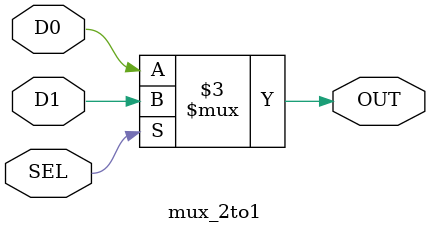
<source format=v>
module mux_2to1 (input SEL, D0, D1, output reg OUT);

    always @(SEL or D0 or D1) begin

        if (SEL)
            OUT = D1;
        else
            OUT = D0;
        
    end
    
endmodule
</source>
